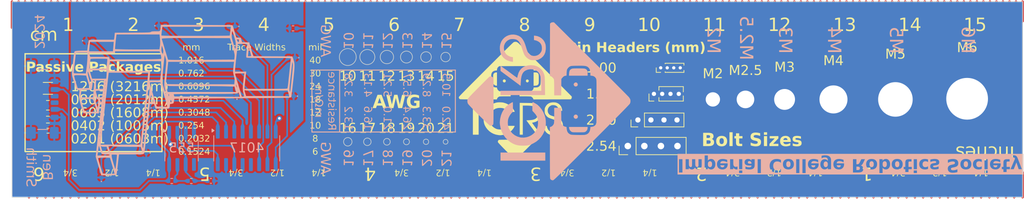
<source format=kicad_pcb>
(kicad_pcb (version 20240108) (generator "pcbnew") (generator_version "8.0")
  (layers (0 "F.Cu" signal) (31 "B.Cu" signal) (34 "B.Paste" user) (35 "F.Paste" user) (36 "B.SilkS" user "B.Silkscreen") (37 "F.SilkS" user "F.Silkscreen") (38 "B.Mask" user) (39 "F.Mask" user) (44 "Edge.Cuts" user))
  (net 0 "")
  (net 3 "GND")
  (net 4 "+5V")
  (net 7 "/TR")
  (net 8 "/K")
  (net 9 "/0")
  (net 10 "/1")
  (net 11 "/2")
  (net 12 "/3")
  (net 13 "/4")
  (net 14 "/5")
  (net 15 "/6")
  (net 16 "/7")
  (net 17 "/8")
  (net 18 "/9")
  (net 19 "/DIS")
  (net 20 "/CLK")
  (footprint "ruler_footprints:Gauge_150mm_Type1_CopperTop" (layer "F.Cu") (at 75 85)
    (property "Reference" "REF**" (hide yes))
    (property "Value" "Gauge_150mm_Type1_CopperTop" (hide yes))
  )
  (footprint "Connector_PinHeader_1.00mm:PinHeader_1x04_P1.00mm_Vertical" (layer "F.Cu") (at 174.5 95.15 90)
    (property "Reference" "REF**" (hide yes))
    (property "Value" "PinHeader_1x04_P1.00mm_Vertical" (hide yes))
  )
  (footprint "Connector_PinHeader_1.27mm:PinHeader_1x04_P1.27mm_Vertical" (layer "F.Cu") (at 173.46 99.15 90)
    (property "Reference" "REF**" (hide yes))
    (property "Value" "PinHeader_1x04_P1.27mm_Vertical" (hide yes))
  )
  (footprint "MountingHole:MountingHole_4.3mm_M4_DIN965_Pad" (layer "F.Cu") (at 201 100)
    (property "Reference" "REF**" (hide yes))
    (property "Value" "MountingHole_4.3mm_M4_DIN965_Pad" (hide yes))
  )
  (footprint "MountingHole:MountingHole_6.4mm_M6_DIN965_Pad" (layer "F.Cu") (at 221.5 99.9)
    (property "Reference" "REF**" (hide yes))
    (property "Value" "MountingHole_6.4mm_M6_DIN965_Pad" (hide yes))
  )
  (footprint "ruler_footprints:ICRS_20mm" (layer "F.Cu") (at 152.4 100)
    (property "Reference" "G***" (hide yes))
    (property "Value" "LOGO" (hide yes))
  )
  (footprint "MountingHole:MountingHole_2.7mm_M2.5_DIN965_Pad" (layer "F.Cu") (at 187.5 100)
    (property "Reference" "REF**" (hide yes))
    (property "Value" "MountingHole_2.7mm_M2.5_DIN965_Pad" (hide yes))
  )
  (footprint "Resistor_SMD:R_0402_1005Metric" (layer "F.Cu") (at 80.5 104.8)
    (property "Reference" "REF**" (hide yes))
    (property "Value" "R_0402_1005Metric" (hide yes))
  )
  (footprint "ruler_footprints:Gauge_6in" (layer "F.Cu") (at 230 115 180)
    (property "Reference" "REF**" (hide yes))
    (property "Value" "Gauge_6in" (hide yes))
  )
  (footprint "Resistor_SMD:R_0201_0603Metric" (layer "F.Cu") (at 80.5 106.2)
    (property "Reference" "REF**" (hide yes))
    (property "Value" "R_0201_0603Metric" (hide yes))
  )
  (footprint "MountingHole:MountingHole_2.2mm_M2_DIN965_Pad" (layer "F.Cu") (at 182.5 100)
    (property "Reference" "REF**" (hide yes))
    (property "Value" "MountingHole_2.2mm_M2_DIN965_Pad" (hide yes))
  )
  (footprint "Resistor_SMD:R_1206_3216Metric" (layer "F.Cu") (at 80.5 98.3)
    (property "Reference" "REF**" (hide yes))
    (property "Value" "R_1206_3216Metric" (hide yes))
  )
  (footprint "Connector_PinHeader_2.00mm:PinHeader_1x04_P2.00mm_Vertical" (layer "F.Cu") (at 171 103.15 90)
    (property "Reference" "REF**" (hide yes))
    (property "Value" "PinHeader_1x04_P2.00mm_Vertical" (hide yes))
  )
  (footprint "MountingHole:MountingHole_3.2mm_M3_DIN965_Pad" (layer "F.Cu") (at 193.5 100)
    (property "Reference" "REF**" (hide yes))
    (property "Value" "MountingHole_3.2mm_M3_DIN965_Pad" (hide yes))
  )
  (footprint "Connector_PinHeader_2.54mm:PinHeader_1x04_P2.54mm_Vertical" (layer "F.Cu") (at 169.45 107.15 90)
    (property "Reference" "REF**" (hide yes))
    (property "Value" "PinHeader_1x04_P2.54mm_Vertical" (hide yes))
  )
  (footprint "MountingHole:MountingHole_5.3mm_M5_DIN965_Pad" (layer "F.Cu") (at 210.5 100)
    (property "Reference" "REF**" (hide yes))
    (property "Value" "MountingHole_5.3mm_M5_DIN965_Pad" (hide yes))
  )
  (footprint "ruler_footprints:trace_widths" (layer "F.Cu") (at 112.501 93.0576)
    (property "Reference" "REF**" (hide yes))
    (property "Value" "trace_widths" (hide yes))
  )
  (footprint "Resistor_SMD:R_0603_1608Metric" (layer "F.Cu") (at 80.5 103.1)
    (property "Reference" "REF**" (hide yes))
    (property "Value" "R_0603_1608Metric" (hide yes))
  )
  (footprint "Resistor_SMD:R_0805_2012Metric" (layer "F.Cu") (at 80.5 100.9)
    (property "Reference" "REF**" (hide yes))
    (property "Value" "R_0805_2012Metric" (hide yes))
  )
  (footprint "Resistor_SMD:R_0402_1005Metric" (layer "B.Cu") (at 118.1 89.1 180)
    (property "Reference" "R102" (hide yes))
    (property "Value" "1k")
  )
  (footprint "LED_SMD:LED_0402_1005Metric" (layer "B.Cu") (at 108.7 88.8 180)
    (property "Reference" "D106" (hide yes))
    (property "Value" "LED_Small")
  )
  (footprint "LED_SMD:LED_0402_1005Metric" (layer "B.Cu") (at 97.4 101.3)
    (property "Reference" "D109" (hide yes))
    (property "Value" "LED_Small")
  )
  (footprint "ruler_footprints:ICRS_28mm" (layer "B.Cu") (at 157.5 100 90)
    (property "Reference" "G***" (hide yes))
    (property "Value" "LOGO" (hide yes))
  )
  (footprint "Capacitor_SMD:C_0402_1005Metric" (layer "B.Cu") (at 105.5 112.5)
    (property "Reference" "C101" (hide yes))
    (property "Value" "1u")
  )
  (footprint "LED_SMD:LED_0402_1005Metric" (layer "B.Cu") (at 88.7 111.5 90)
    (property "Reference" "D104" (hide yes))
    (property "Value" "LED_Small")
  )
  (footprint "ruler_footprints:Alert 40mm" (layer "B.Cu") (at 95 98 90)
    (property "Reference" "G***" (hide yes))
    (property "Value" "LOGO" (hide yes))
  )
  (footprint "Resistor_SMD:R_0402_1005Metric" (layer "B.Cu") (at 102.5 112.5 180)
    (property "Reference" "R103" (hide yes))
    (property "Value" "47k")
  )
  (footprint "LED_SMD:LED_0402_1005Metric" (layer "B.Cu") (at 86.9 91)
    (property "Reference" "D107" (hide yes))
    (property "Value" "LED_Small")
  )
  (footprint "LED_SMD:LED_0402_1005Metric" (layer "B.Cu") (at 117.9 93.6 180)
    (property "Reference" "D101" (hide yes))
    (property "Value" "LED_Small")
  )
  (footprint "LED_SMD:LED_0402_1005Metric" (layer "B.Cu") (at 95.1 108.2 180)
    (property "Reference" "D110" (hide yes))
    (property "Value" "LED_Small")
  )
  (footprint "LED_SMD:LED_0402_1005Metric" (layer "B.Cu") (at 117.7 99.5 180)
    (property "Reference" "D108" (hide yes))
    (property "Value" "LED_Small")
  )
  (footprint "Connector_USB:USB_C_Receptacle_GCT_USB4135-GF-A_6P_TopMnt_Horizontal" (layer "B.Cu") (at 78.5 100 90)
    (property "Reference" "J102" (hide yes))
    (property "Value" "USB_C_Receptacle_PowerOnly_6P")
  )
  (footprint "LED_SMD:LED_0402_1005Metric" (layer "B.Cu") (at 98 88.7)
    (property "Reference" "D102" (hide yes))
    (property "Value" "LED_Small")
  )
  (footprint "LED_SMD:LED_0402_1005Metric" (layer "B.Cu") (at 109.5 98.9 90)
    (property "Reference" "D105" (hide yes))
    (property "Value" "LED_Small")
  )
  (footprint "LED_SMD:LED_0402_1005Metric" (layer "B.Cu") (at 86.1 102)
    (property "Reference" "D103" (hide yes))
    (property "Value" "LED_Small")
  )
  (footprint "Package_SO:SOP-16_3.9x9.9mm_P1.27mm" (layer "B.Cu") (at 111 107.5 -90)
    (property "Reference" "U102" (hide yes))
    (property "Value" "4017")
  )
  (footprint "Resistor_SMD:R_0402_1005Metric" (layer "B.Cu") (at 99.5 112.5 180)
    (property "Reference" "R101" (hide yes))
    (property "Value" "1k" (hide yes))
  )
  (footprint "Package_SO:SOIC-8_3.9x4.9mm_P1.27mm" (layer "B.Cu") (at 101 107.5 -90)
    (property "Reference" "U101" (hide yes))
    (property "Value" "NE555D")
  )
  (gr_rect (start 75 85) (end 230 115) (fill solid) (layer "F.Cu") (net 3))
  (gr_rect (start 120 85) (end 230 115) (fill solid) (layer "B.Cu") (net 3))
  (gr_line (start 143 105) (end 121 105) (stroke (width 0.15)) (layer "B.SilkS"))
  (gr_line (start 143 95.5) (end 121 95.5) (stroke (width 0.15)) (layer "B.SilkS"))
  (gr_line (start 143 95.5) (end 143 105) (stroke (width 0.15)) (layer "B.SilkS"))
  (gr_line (start 125.25 105) (end 125.25 95.5) (stroke (width 0.15)) (layer "B.SilkS"))
  (gr_line (start 121 95.5) (end 121 105) (stroke (width 0.15)) (layer "B.SilkS"))
  (gr_rect (start 77 93) (end 98 108) (stroke (width 0.2)) (fill none) (layer "F.SilkS"))
  (gr_circle (center 126.5 106.5) (end 127.1455 106.5) (stroke (width 0.1)) (fill none) (layer "Edge.Cuts"))
  (gr_circle (center 141.5 106.5) (end 141.8615 106.5) (stroke (width 0.1)) (fill none) (layer "Edge.Cuts"))
  (gr_circle (center 135.5 93.5) (end 136.414 93.5) (stroke (width 0.1)) (fill none) (layer "Edge.Cuts"))
  (gr_circle (center 141.5 93.5) (end 142.225 93.5) (stroke (width 0.1)) (fill none) (layer "Edge.Cuts"))
  (gr_circle (center 126.5 93.5) (end 127.794 93.5) (stroke (width 0.1)) (fill none) (layer "Edge.Cuts"))
  (gr_rect (start 75 85) (end 230 115) (stroke (width 0.1)) (fill none) (layer "Edge.Cuts"))
  (gr_circle (center 129.5 93.5) (end 130.6525 93.5) (stroke (width 0.1)) (fill none) (layer "Edge.Cuts"))
  (gr_circle (center 138.5 106.5) (end 138.906 106.5) (stroke (width 0.1)) (fill none) (layer "Edge.Cuts"))
  (gr_circle (center 135.5 106.5) (end 135.956 106.5) (stroke (width 0.1)) (fill none) (layer "Edge.Cuts"))
  (gr_circle (center 129.5 106.5) (end 130.075 106.5) (stroke (width 0.1)) (fill none) (layer "Edge.Cuts"))
  (gr_circle (center 132.5 93.5) (end 133.5265 93.5) (stroke (width 0.1)) (fill none) (layer "Edge.Cuts"))
  (gr_circle (center 138.5 93.5) (end 139.314 93.5) (stroke (width 0.1)) (fill none) (layer "Edge.Cuts"))
  (gr_circle (center 132.5 106.5) (end 133.012 106.5) (stroke (width 0.1)) (fill none) (layer "Edge.Cuts"))
  (gr_text "555" (at 101 107.5 0) (layer "B.SilkS") (effects (font (size 1.5 1.5) (thickness 0.1875)) (justify mirror)))
  (gr_text "19" (at 135.5 109 270) (layer "B.SilkS") (effects (font (size 1.5 1.5) (thickness 0.1875)) (justify mirror)))
  (gr_text "8.29" (at 138.5 97.79 270) (layer "B.SilkS") (effects (font (size 1.2 1.2) (thickness 0.1875)) (justify mirror)))
  (gr_text "2024" (at 79.1 89.6 270) (layer "B.SilkS") (effects (font (size 1.5 1.5) (thickness 0.1875)) (justify mirror)))
  (gr_text "17" (at 129.5 109 270) (layer "B.SilkS") (effects (font (size 1.5 1.5) (thickness 0.1875)) (justify mirror)))
  (gr_text "Imperial College Robotics Society" (at 203.5 110 180) (layer "B.SilkS" knockout) (effects (font (size 2 2) (thickness 0.4) (bold yes)) (justify mirror)))
  (gr_text "21" (at 141.5 109 270) (layer "B.SilkS") (effects (font (size 1.5 1.5) (thickness 0.1875)) (justify mirror)))
  (gr_text "Resistance\nmΩ/m" (at 123 100.25 270) (layer "B.SilkS") (effects (font (size 1.2 1.2)) (justify mirror)))
  (gr_text "16.6" (at 129.5 102.87 270) (layer "B.SilkS") (effects (font (size 1.2 1.2) (thickness 0.1875)) (justify mirror)))
  (gr_text "11" (at 129.5 91 270) (layer "B.SilkS") (effects (font (size 1.5 1.5) (thickness 0.1875)) (justify mirror)))
  (gr_text "M4" (at 201 93 270) (layer "B.SilkS") (effects (font (size 2 2) (thickness 0.22)) (justify left mirror)))
  (gr_text "13.2" (at 126.5 102.87 270) (layer "B.SilkS") (effects (font (size 1.2 1.2) (thickness 0.1875)) (justify mirror)))
  (gr_text "M3" (at 193.5 93 270) (layer "B.SilkS") (effects (font (size 2 2) (thickness 0.22)) (justify left mirror)))
  (gr_text "18" (at 132.5 109 270) (layer "B.SilkS") (effects (font (size 1.5 1.5) (thickness 0.1875)) (justify mirror)))
  (gr_text "6.57" (at 135.5 97.79 270) (layer "B.SilkS") (effects (font (size 1.2 1.2) (thickness 0.1875)) (justify mirror)))
  (gr_text "Ben\nSmith" (at 79.1 110.4 270) (layer "B.SilkS") (effects (font (size 1.5 1.5) (thickness 0.1875)) (justify mirror)))
  (gr_text "14" (at 138.5 91 270) (layer "B.SilkS") (effects (font (size 1.5 1.5) (thickness 0.1875)) (justify mirror)))
  (gr_text "26.4" (at 135.5 102.87 270) (layer "B.SilkS") (effects (font (size 1.2 1.2) (thickness 0.1875)) (justify mirror)))
  (gr_text "AWG" (at 123 109 270) (layer "B.SilkS") (effects (font (size 1.5 1.5) (thickness 0.1875)) (justify mirror)))
  (gr_text "10" (at 126.5 91 270) (layer "B.SilkS") (effects (font (size 1.5 1.5) (thickness 0.1875)) (justify mirror)))
  (gr_text "AWG" (at 123 91 270) (layer "B.SilkS") (effects (font (size 1.5 1.5) (thickness 0.1875)) (justify mirror)))
  (gr_text "12" (at 132.5 91 270) (layer "B.SilkS") (effects (font (size 1.5 1.5) (thickness 0.1875)) (justify mirror)))
  (gr_text "M5" (at 210.5 93 270) (layer "B.SilkS") (effects (font (size 2 2) (thickness 0.22)) (justify left mirror)))
  (gr_text "M6" (at 221.5 93 270) (layer "B.SilkS") (effects (font (size 2 2) (thickness 0.22)) (justify left mirror)))
  (gr_text "21.0" (at 132.5 102.87 270) (layer "B.SilkS") (effects (font (size 1.2 1.2) (thickness 0.1875)) (justify mirror)))
  (gr_text "42.0" (at 141.5 102.87 270) (layer "B.SilkS") (effects (font (size 1.2 1.2) (thickness 0.1875)) (justify mirror)))
  (gr_text "3.28" (at 126.5 97.79 270) (layer "B.SilkS") (effects (font (size 1.2 1.2) (thickness 0.1875)) (justify mirror)))
  (gr_text "4.13" (at 129.5 97.79 270) (layer "B.SilkS") (effects (font (size 1.2 1.2) (thickness 0.1875)) (justify mirror)))
  (gr_text "M2.5" (at 187.5 94 270) (layer "B.SilkS") (effects (font (size 2 2) (thickness 0.22)) (justify left mirror)))
  (gr_text "5.21" (at 132.5 97.79 270) (layer "B.SilkS") (effects (font (size 1.2 1.2) (thickness 0.1875)) (justify mirror)))
  (gr_text "4017" (at 111 107.5 0) (layer "B.SilkS") (effects (font (size 1.5 1.5) (thickness 0.1875)) (justify mirror)))
  (gr_text "M2" (at 182.5 93 270) (layer "B.SilkS") (effects (font (size 2 2) (thickness 0.22)) (justify left mirror)))
  (gr_text "15" (at 141.5 91 270) (layer "B.SilkS") (effects (font (size 1.5 1.5) (thickness 0.1875)) (justify mirror)))
  (gr_text "20" (at 138.5 109 270) (layer "B.SilkS") (effects (font (size 1.5 1.5) (thickness 0.1875)) (justify mirror)))
  (gr_text "33.3" (at 138.5 102.87 270) (layer "B.SilkS") (effects (font (size 1.2 1.2) (thickness 0.1875)) (justify mirror)))
  (gr_text "10.5" (at 141.5 97.79 270) (layer "B.SilkS") (effects (font (size 1.2 1.2) (thickness 0.1875)) (justify mirror)))
  (gr_text "13" (at 135.5 91 270) (layer "B.SilkS") (effects (font (size 1.5 1.5) (thickness 0.1875)) (justify mirror)))
  (gr_text "16" (at 126.5 109 270) (layer "B.SilkS") (effects (font (size 1.5 1.5) (thickness 0.1875)) (justify mirror)))
  (gr_text "M4" (at 201 95 0) (layer "F.SilkS") (effects (font (size 1.5 1.5) (thickness 0.22)) (justify bottom)))
  (gr_text "2.00" (at 163.05 103.25 0) (layer "F.SilkS") (effects (font (size 1.5 1.5) (thickness 0.1875)) (justify left)))
  (gr_text "0603 (1608m)" (at 84 103 0) (layer "F.SilkS") (effects (font (size 1.5 1.5) (thickness 0.1875)) (justify left bottom)))
  (gr_text "0805 (2012m)" (at 84 101 0) (layer "F.SilkS") (effects (font (size 1.5 1.5) (thickness 0.1875)) (justify left bottom)))
  (gr_text "M3" (at 193.5 96 0) (layer "F.SilkS") (effects (font (size 1.5 1.5) (thickness 0.22)) (justify bottom)))
  (gr_text "21" (at 141.5 104.5 0) (layer "F.SilkS") (effects (font (size 1.5 1.5) (thickness 0.1875))))
  (gr_text "Bolt Sizes" (at 188.5 107.5 0) (layer "F.SilkS") (effects (font (size 2 2) (thickness 0.3) (bold yes)) (justify bottom)))
  (gr_text "0402 (1005m)" (at 84 105 0) (layer "F.SilkS") (effects (font (size 1.5 1.5) (thickness 0.1875)) (justify left bottom)))
  (gr_text "20" (at 138.5 104.5 0) (layer "F.SilkS") (effects (font (size 1.5 1.5) (thickness 0.1875))))
  (gr_text "1.00" (at 163.05 95.25 0) (layer "F.SilkS") (effects (font (size 1.5 1.5) (thickness 0.1875)) (justify left)))
  (gr_text "M2" (at 182.5 97 0) (layer "F.SilkS") (effects (font (size 1.5 1.5) (thickness 0.22)) (justify bottom)))
  (gr_text "11" (at 129.5 96.5 0) (layer "F.SilkS") (effects (font (size 1.5 1.5) (thickness 0.1875))))
  (gr_text "13" (at 135.5 96.5 0) (layer "F.SilkS") (effects (font (size 1.5 1.5) (thickness 0.1875))))
  (gr_text "12" (at 132.5 96.5 0) (layer "F.SilkS") (effects (font (size 1.5 1.5) (thickness 0.1875))))
  (gr_text "16" (at 126.5 104.5 0) (layer "F.SilkS") (effects (font (size 1.5 1.5) (thickness 0.1875))))
  (gr_text "2.54" (at 163.05 107.25 0) (layer "F.SilkS") (effects (font (size 1.5 1.5) (thickness 0.1875)) (justify left)))
  (gr_text "M6" (at 221.5 93 0) (layer "F.SilkS") (effects (font (size 1.5 1.5) (thickness 0.22)) (justify bottom)))
  (gr_text "14" (at 138.5 96.5 0) (layer "F.SilkS") (effects (font (size 1.5 1.5) (thickness 0.1875))))
  (gr_text "cm" (at 82 89 0) (layer "F.SilkS") (effects (font (size 2 2) (thickness 0.22)) (justify right top)))
  (gr_text "AWG" (at 134 100.5 0) (layer "F.SilkS") (effects (font (size 2 2) (thickness 0.3) (bold yes))))
  (gr_text "19" (at 135.5 104.5 0) (layer "F.SilkS") (effects (font (size 1.5 1.5) (thickness 0.1875))))
  (gr_text "15" (at 141.5 96.5 0) (layer "F.SilkS") (effects (font (size 1.5 1.5) (thickness 0.1875))))
  (gr_text "18" (at 132.5 104.5 0) (layer "F.SilkS") (effects (font (size 1.5 1.5) (thickness 0.1875))))
  (gr_text "17" (at 129.5 104.5 0) (layer "F.SilkS") (effects (font (size 1.5 1.5) (thickness 0.1875))))
  (gr_text "M2.5" (at 187.5 96.5 0) (layer "F.SilkS") (effects (font (size 1.5 1.5) (thickness 0.22)) (justify bottom)))
  (gr_text "1.27" (at 163.05 99.25 0) (layer "F.SilkS") (effects (font (size 1.5 1.5) (thickness 0.1875)) (justify left)))
  (gr_text "Passive Packages" (at 87.5 96 0) (layer "F.SilkS") (effects (font (size 1.5 1.5) (thickness 0.3) (bold yes)) (justify bottom)))
  (gr_text "M5" (at 210.5 94 0) (layer "F.SilkS") (effects (font (size 1.5 1.5) (thickness 0.22)) (justify bottom)))
  (gr_text "Pin Headers (mm)" (at 170.75 93 0) (layer "F.SilkS") (effects (font (size 1.5 1.5) (thickness 0.3) (bold yes)) (justify bottom)))
  (gr_text "Inches" (at 219.71 109.22 180) (layer "F.SilkS") (effects (font (size 2 2) (thickness 0.22)) (justify right top)))
  (gr_text "1206 (3216m)" (at 84 99 0) (layer "F.SilkS") (effects (font (size 1.5 1.5) (thickness 0.1875)) (justify left bottom)))
  (gr_text "10" (at 126.5 96.5 0) (layer "F.SilkS") (effects (font (size 1.5 1.5) (thickness 0.1875))))
  (gr_text "0201 (0603m)" (at 84 107 0) (layer "F.SilkS") (effects (font (size 1.5 1.5) (thickness 0.1875)) (justify left bottom)))
  (via (at 116 102.9) (size 0.8) (drill 0.4) (layers "F.Cu" "B.Cu") (net 3))
  (via (at 99.3 106.9) (size 0.8) (drill 0.4) (layers "F.Cu" "B.Cu") (net 3))
  (segment (start 164.1 91.44) (end 172.66 100) (width 0.25) (layer "B.Cu") (net 3))
  (segment (start 118.61 89.1) (end 164.1 89.1) (width 0.25) (layer "B.Cu") (net 3))
  (segment (start 115.445 105) (end 115.445 103.455) (width 0.25) (layer "B.Cu") (net 3))
  (segment (start 115.445 103.455) (end 116 102.9) (width 0.25) (layer "B.Cu") (net 3))
  (segment (start 172.66 100) (end 175 100) (width 0.25) (layer "B.Cu") (net 3))
  (segment (start 99.095 105.025) (end 99.095 106.695) (width 0.25) (layer "B.Cu") (net 3))
  (segment (start 164.1 89.1) (end 164.1 91.44) (width 0.25) (layer "B.Cu") (net 3))
  (segment (start 99.095 106.695) (end 99.3 106.9) (width 0.25) (layer "B.Cu") (net 3))
  (segment (start 94.6 113.9) (end 96 112.5) (width 0.25) (layer "B.Cu") (net 4))
  (segment (start 83.7 112.3) (end 85.3 113.9) (width 0.25) (layer "B.Cu") (net 4))
  (segment (start 81.5325 101.52) (end 82.72 101.52) (width 0.25) (layer "B.Cu") (net 4))
  (segment (start 102.905 103.705) (end 102.905 105.025) (width 0.25) (layer "B.Cu") (net 4))
  (segment (start 97.6 106.6) (end 97.6 104.2) (width 0.25) (layer "B.Cu") (net 4))
  (segment (start 99.095 112.395) (end 98.99 112.5) (width 0.25) (layer "B.Cu") (net 4))
  (segment (start 106.555 110) (end 106.555 108.455) (width 0.25) (layer "B.Cu") (net 4))
  (segment (start 99.095 108.095) (end 97.6 106.6) (width 0.25) (layer "B.Cu") (net 4))
  (segment (start 100.9 103.4) (end 102.6 103.4) (width 0.25) (layer "B.Cu") (net 4))
  (segment (start 99.095 109.975) (end 99.095 112.395) (width 0.25) (layer "B.Cu") (net 4))
  (segment (start 99.095 109.975) (end 99.095 108.095) (width 0.25) (layer "B.Cu") (net 4))
  (segment (start 106.555 108.455) (end 106 107.9) (width 0.25) (layer "B.Cu") (net 4))
  (segment (start 81.5325 98.48) (end 82.88 98.48) (width 0.25) (layer "B.Cu") (net 4))
  (segment (start 82.88 98.48) (end 83.7 99.3) (width 0.25) (layer "B.Cu") (net 4))
  (segment (start 83.7 102.5) (end 83.7 112.3) (width 0.25) (layer "B.Cu") (net 4))
  (segment (start 102.6 103.4) (end 102.905 103.705) (width 0.25) (layer "B.Cu") (net 4))
  (segment (start 85.3 113.9) (end 94.6 113.9) (width 0.25) (layer "B.Cu") (net 4))
  (segment (start 82.72 101.52) (end 83.7 102.5) (width 0.25) (layer "B.Cu") (net 4))
  (segment (start 106 107.9) (end 102 107.9) (width 0.25) (layer "B.Cu") (net 4))
  (segment (start 96 112.5) (end 98.99 112.5) (width 0.25) (layer "B.Cu") (net 4))
  (segment (start 83.7 99.3) (end 83.7 102.5) (width 0.25) (layer "B.Cu") (net 4))
  (segment (start 100.99 103.49) (end 100.9 103.4) (width 0.25) (layer "B.Cu") (net 4))
  (segment (start 102 107.9) (end 100.99 106.89) (width 0.25) (layer "B.Cu") (net 4))
  (segment (start 98.4 103.4) (end 100.9 103.4) (width 0.25) (layer "B.Cu") (net 4))
  (segment (start 100.99 106.89) (end 100.99 103.49) (width 0.25) (layer "B.Cu") (net 4))
  (segment (start 97.6 104.2) (end 98.4 103.4) (width 0.25) (layer "B.Cu") (net 4))
  (segment (start 105.02 112.5) (end 103.01 112.5) (width 0.25) (layer "B.Cu") (net 7))
  (segment (start 100.365 107.365) (end 100.365 105.025) (width 0.25) (layer "B.Cu") (net 7))
  (segment (start 103 112.5) (end 103.01 112.5) (width 0.25) (layer "B.Cu") (net 7))
  (segment (start 101.635 109.975) (end 101.635 111.135) (width 0.25) (layer "B.Cu") (net 7))
  (segment (start 101.635 109.975) (end 101.635 108.635) (width 0.25) (layer "B.Cu") (net 7))
  (segment (start 101.635 108.635) (end 100.365 107.365) (width 0.25) (layer "B.Cu") (net 7))
  (segment (start 101.635 111.135) (end 103 112.5) (width 0.25) (layer "B.Cu") (net 7))
  (segment (start 109.095 105) (end 109.095 103.395) (width 0.25) (layer "B.Cu") (net 9))
  (segment (start 109.095 103.395) (end 107 101.3) (width 0.25) (layer "B.Cu") (net 9))
  (segment (start 107 101.3) (end 97.885 101.3) (width 0.25) (layer "B.Cu") (net 9))
  (segment (start 106.3 102) (end 95.8 102) (width 0.25) (layer "B.Cu") (net 10))
  (segment (start 107.825 105) (end 107.825 103.525) (width 0.25) (layer "B.Cu") (net 10))
  (segment (start 107.825 103.525) (end 106.3 102) (width 0.25) (layer "B.Cu") (net 10))
  (segment (start 88.7 109.1) (end 88.7 111.015) (width 0.25) (layer "B.Cu") (net 10))
  (segment (start 95.8 102) (end 88.7 109.1) (width 0.25) (layer "B.Cu") (net 10))
  (segment (start 107.4 100.2) (end 88.385 100.2) (width 0.25) (layer "B.Cu") (net 11))
  (segment (start 88.385 100.2) (end 86.585 102) (width 0.25) (layer "B.Cu") (net 11))
  (segment (start 110.365 105) (end 110.365 103.165) (width 0.25) (layer "B.Cu") (net 11))
  (segment (start 110.365 103.165) (end 107.4 100.2) (width 0.25) (layer "B.Cu") (net 11))
  (segment (start 108.215 88.822304) (end 108.215 88.8) (width 0.25) (layer "B.Cu") (net 12))
  (segment (start 114.175 94.782304) (end 108.215 88.822304) (width 0.25) (layer "B.Cu") (net 12))
  (segment (start 114.175 105) (end 114.175 94.782304) (width 0.25) (layer "B.Cu") (net 12))
  (segment (start 114.175 107.225) (end 114.8 106.6) (width 0.25) (layer "B.Cu") (net 13))
  (segment (start 114.8 106.6) (end 114.8 96.215) (width 0.25) (layer "B.Cu") (net 13))
  (segment (start 114.175 110) (end 114.175 107.225) (width 0.25) (layer "B.Cu") (net 13))
  (segment (start 114.8 96.215) (end 117.415 93.6) (width 0.25) (layer "B.Cu") (net 13))
  (segment (start 106.555 105) (end 106.555 103.555) (width 0.25) (layer "B.Cu") (net 14))
  (segment (start 96.8 102.7) (end 94.615 104.885) (width 0.25) (layer "B.Cu") (net 14))
  (segment (start 105.7 102.7) (end 96.8 102.7) (width 0.25) (layer "B.Cu") (net 14))
  (segment (start 106.555 103.555) (end 105.7 102.7) (width 0.25) (layer "B.Cu") (net 14))
  (segment (start 94.615 104.885) (end 94.615 108.2) (width 0.25) (layer "B.Cu") (net 14))
  (segment (start 111.635 100.527696) (end 109.522304 98.415) (width 0.25) (layer "B.Cu") (net 15))
  (segment (start 111.635 105) (end 111.635 100.527696) (width 0.25) (layer "B.Cu") (net 15))
  (segment (start 109.522304 98.415) (end 109.5 98.415) (width 0.25) (layer "B.Cu") (net 15))
  (segment (start 109.2 96.5) (end 92.9 96.5) (width 0.25) (layer "B.Cu") (net 16))
  (segment (start 112.905 105) (end 112.905 100.205) (width 0.25) (layer "B.Cu") (net 16))
  (segment (start 112.905 100.205) (end 109.2 96.5) (width 0.25) (layer "B.Cu") (net 16))
  (segment (start 87.4 91) (end 87.385 91) (width 0.25) (layer "B.Cu") (net 16))
  (segment (start 92.9 96.5) (end 87.4 91) (width 0.25) (layer "B.Cu") (net 16))
  (segment (start 117.2 99.515) (end 117.215 99.5) (width 0.25) (layer "B.Cu") (net 17))
  (segment (start 115.445 107.355) (end 117.2 105.6) (width 0.25) (layer "B.Cu") (net 17))
  (segment (start 115.445 110) (end 115.445 107.355) (width 0.25) (layer "B.Cu") (net 17))
  (segment (start 117.2 105.6) (end 117.2 99.515) (width 0.25) (layer "B.Cu") (net 17))
  (segment (start 105.2 95.6) (end 98.485 88.885) (width 0.25) (layer "B.Cu") (net 18))
  (segment (start 112.905 107.195) (end 113.53 106.57) (width 0.25) (layer "B.Cu") (net 18))
  (segment (start 98.485 88.885) (end 98.485 88.7) (width 0.25) (layer "B.Cu") (net 18))
  (segment (start 112.905 110) (end 112.905 107.195) (width 0.25) (layer "B.Cu") (net 18))
  (segment (start 113.53 106.57) (end 113.53 99.33) (width 0.25) (layer "B.Cu") (net 18))
  (segment (start 109.8 95.6) (end 105.2 95.6) (width 0.25) (layer "B.Cu") (net 18))
  (segment (start 113.53 99.33) (end 109.8 95.6) (width 0.25) (layer "B.Cu") (net 18))
  (segment (start 100.01 111.79) (end 100.01 112.5) (width 0.25) (layer "B.Cu") (net 19))
  (segment (start 100.365 111.435) (end 100.01 111.79) (width 0.25) (layer "B.Cu") (net 19))
  (segment (start 101.99 112.5) (end 100.01 112.5) (width 0.25) (layer "B.Cu") (net 19))
  (segment (start 100.365 109.975) (end 100.365 111.435) (width 0.25) (layer "B.Cu") (net 19))
  (segment (start 109.095 110) (end 109.095 107.695) (width 0.25) (layer "B.Cu") (net 20))
  (segment (start 108.5 107.1) (end 102.35 107.1) (width 0.25) (layer "B.Cu") (net 20))
  (segment (start 101.635 106.385) (end 101.635 105.025) (width 0.25) (layer "B.Cu") (net 20))
  (segment (start 102.35 107.1) (end 101.635 106.385) (width 0.25) (layer "B.Cu") (net 20))
  (segment (start 109.095 107.695) (end 108.5 107.1) (width 0.25) (layer "B.Cu") (net 20))
  (zone (net 8) (net_name "/K") (layer "B.Cu") (connect_pads (clearance 0.3)) (min_thickness 0.25) (fill yes (thermal_gap 0.3) (thermal_bridge_width 0.3))
    (polygon (pts (xy 120 85) (xy 120 102.9) (xy 117 105.9) (xy 117 104) (xy 99 104) (xy 99 112.5) (xy 96 112.5) (xy 94.6 113.9) (xy 85.3 113.9) (xy 83.7 112.3) (xy 83.7 85)))
  )
  (zone (net 3) (net_name "GND") (layer "B.Cu") (priority 1) (connect_pads (clearance 0.3)) (min_thickness 0.25) (fill yes (thermal_gap 0.3) (thermal_bridge_width 0.3))
    (polygon (pts (xy 83.7 112.3) (xy 85.3 113.9) (xy 94.6 113.9) (xy 96 112.5) (xy 103 112.5) (xy 103 109) (xy 115.4 109) (xy 115.4 107.3) (xy 117.2 105.5) (xy 117.2 106.2) (xy 120 103.4) (xy 120.3 102.7) (xy 120.3 115) (xy 75 115) (xy 75 85) (xy 83.7 85)))
  )
)
</source>
